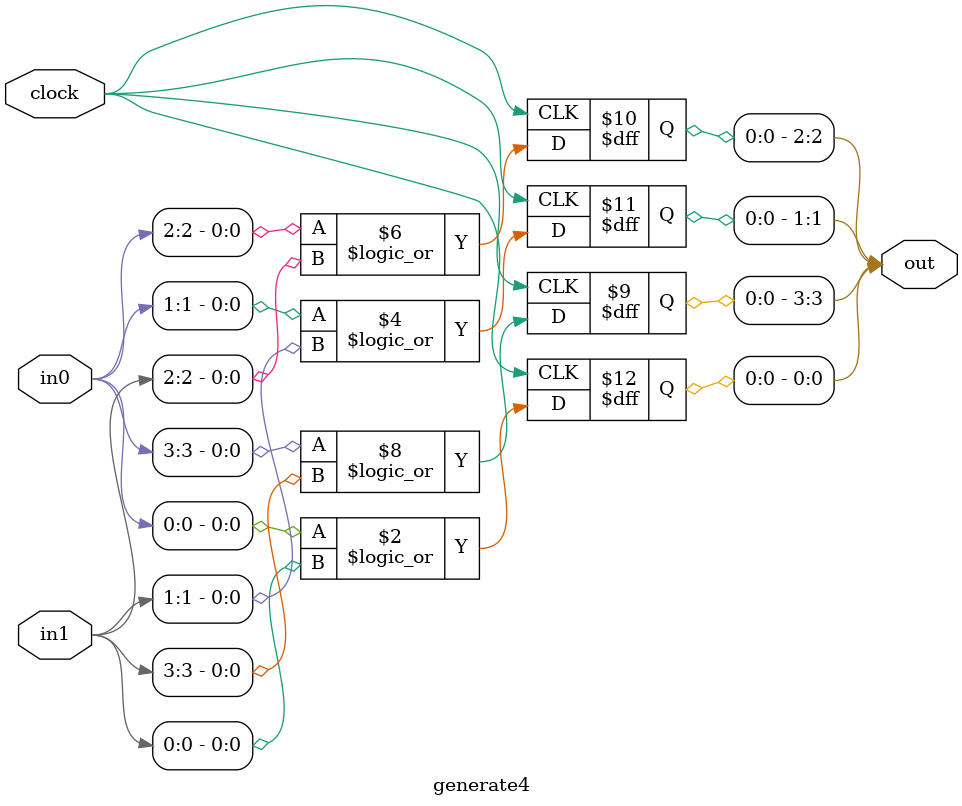
<source format=v>
module generate4
  #(parameter CONFIG = 0,
    parameter WIDTH = 4)
   (input wire clock,
    input wire [WIDTH-1:0] in0, in1,
    output reg [WIDTH-1:0] out);

   genvar i;

   generate
      begin: TEST
      end
   endgenerate

   generate
      begin
      end
   endgenerate

   generate
      begin: BLK1
         case(CONFIG)
            0, 2: begin
               for (i=0; i < WIDTH; i=i+1) begin: LOOP0
                  always @(posedge clock) out[i] <= in0[i] || in1[i];
               end
            end

            default: begin
               for (i=0; i < WIDTH; i=i+1) begin: LOOP1
                  always @(posedge clock) out[i] <= in0[i] && in1[i];
               end
            end
         endcase
      end
   endgenerate

endmodule

</source>
